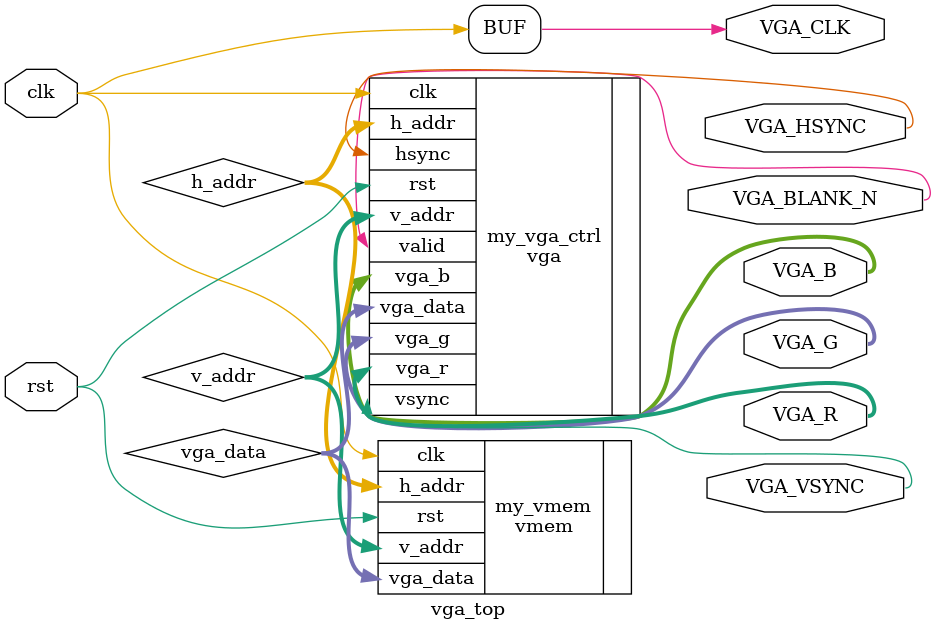
<source format=v>
module vga_top(
    input clk,
    input rst,
    output VGA_CLK,
    output VGA_HSYNC,
    output VGA_VSYNC,
    output VGA_BLANK_N,
    output [7:0] VGA_R,
    output [7:0] VGA_G,
    output [7:0] VGA_B
);
assign VGA_CLK = clk;

wire [9:0] h_addr;
wire [9:0] v_addr;
wire [23:0] vga_data;

vga my_vga_ctrl(
    .clk(clk),
    .rst(rst),
    .vga_data(vga_data),
    .h_addr(h_addr),
    .v_addr(v_addr),
    .hsync(VGA_HSYNC),
    .vsync(VGA_VSYNC),
    .valid(VGA_BLANK_N),
    .vga_r(VGA_R),
    .vga_g(VGA_G),
    .vga_b(VGA_B)
);

vmem my_vmem(
    .clk(clk),
    .rst(rst),
    .h_addr(h_addr),
    .v_addr(v_addr),
    .vga_data(vga_data)
);

endmodule

</source>
